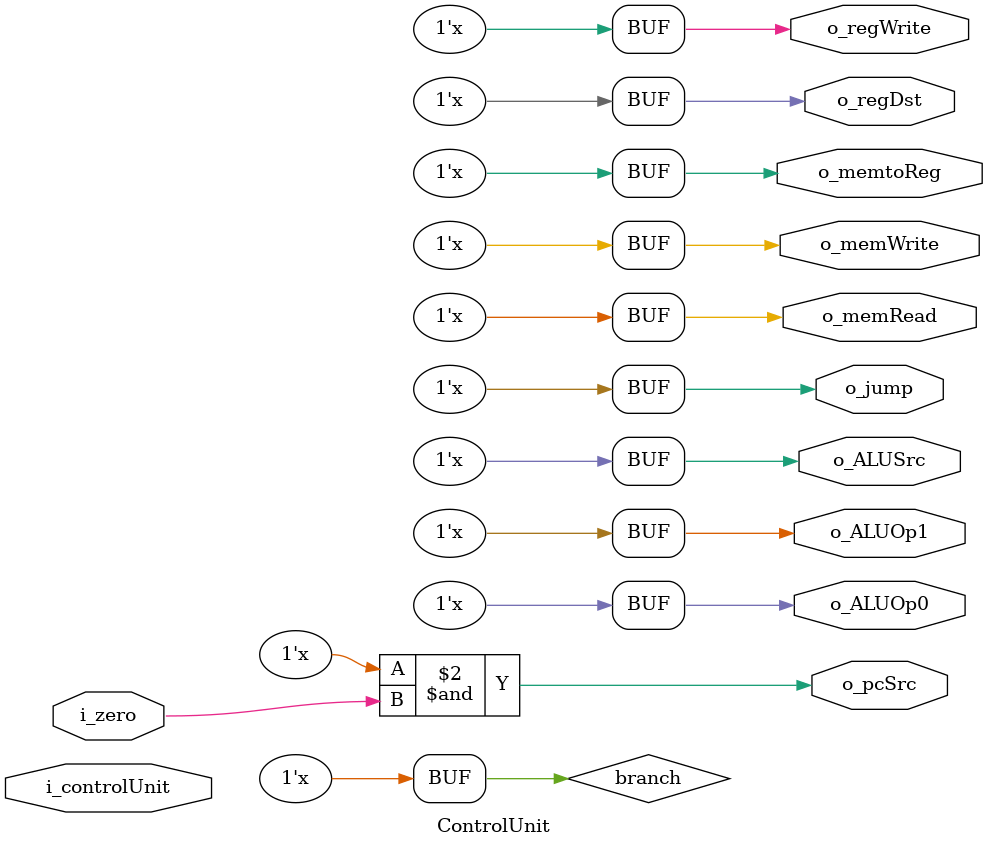
<source format=v>
`timescale 1ns / 1ps


module ControlUnit
#(
  parameter	                    N_BUS_IN   	= 6,
  parameter	                    N_BUS_OUT 	= 10,
  parameter	                    N_BUS_OP   	= 2

)
(
  input       [N_BUS_IN-1:0]        i_controlUnit,
  input                             i_zero,
  output      reg                   o_regDst,
  output      reg                   o_ALUSrc,  
  output      reg                   o_memtoReg,  
  output      reg                   o_regWrite,  
  output      reg                   o_memRead,  
  output      reg                   o_memWrite,  
  output      reg                   o_ALUOp1,
  output      reg                   o_ALUOp0,
  output      reg                   o_jump,
  output                            o_pcSrc
  
);
    
  reg         [N_BUS_OUT-1:0]       control_signals;
  reg                               branch;
  
  always @(*)
    begin
        case(i_controlUnit)
            6'b000000: // R-TYPE
                begin
                    control_signals <= 10'b1001000100;
                end
            6'b100011: // LW
                begin
                    control_signals <= 10'b0111100000;
                end
            6'b101011: // SW
                begin
                    control_signals <= 10'b0100010000;
                end
            6'b000100: // BEQ
                begin
                    control_signals <= 10'b0000001010;
                end
            6'b000010: // JUMP
                begin
                    control_signals <= 10'b0000000001;
                end    
            
            default: control_signals <= 10'b0000000000;
        endcase
    
    {o_regDst, o_ALUSrc, o_memtoReg, o_regWrite, o_memRead, o_memWrite, branch, o_ALUOp1, o_ALUOp0, o_jump} = control_signals;
    
    end
    
    assign o_pcSrc = branch & i_zero;
  

endmodule

</source>
